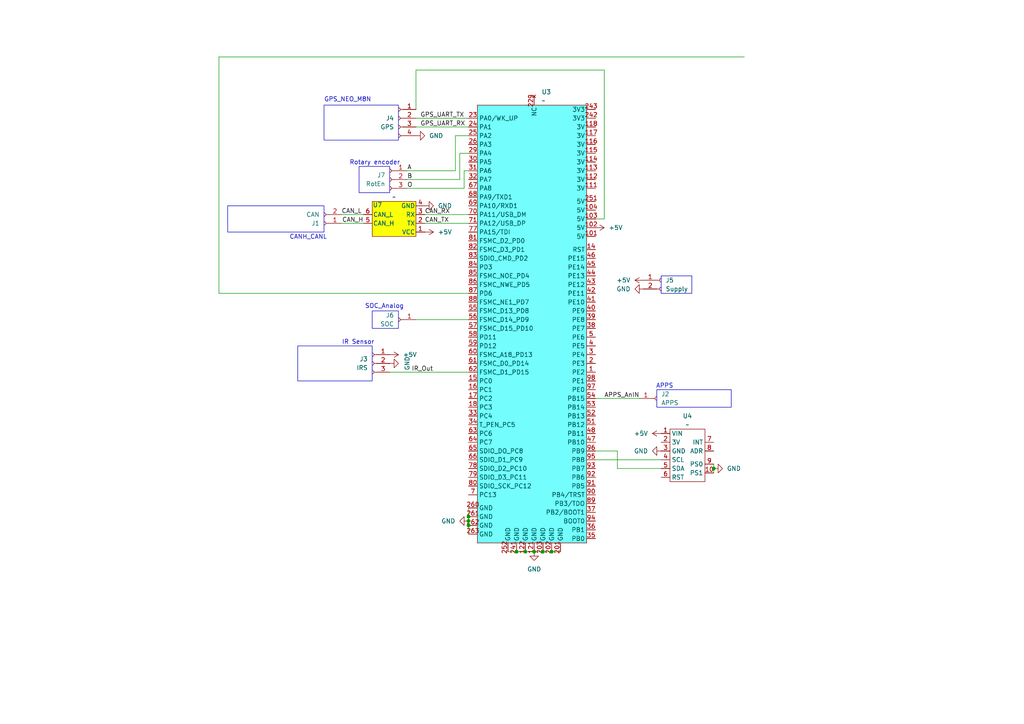
<source format=kicad_sch>
(kicad_sch (version 20250114) (generator "eeschema") (generator_version "9.0")
  (paper "A4")
  (lib_symbols
    (symbol "BNO_055:BNO055_IMU"
      (property "Reference" "U" (at -6.604 3.556 0))
      (symbol "BNO055_IMU_0_1"
        (rectangle (start -7.62 5.08) (end 7.62 -5.08))
      )
      (symbol "BNO055_IMU_1_1"
        (pin bidirectional line (at -6.35 -7.62 90) (length 2.54) (name "VIN") (number "1"))
        (pin bidirectional line (at -3.81 7.62 270) (length 2.54) (name "INT") (number "7"))
        (pin bidirectional line (at -3.81 -7.62 90) (length 2.54) (name "3V") (number "2"))
        (pin bidirectional line (at -1.27 7.62 270) (length 2.54) (name "ADR") (number "8"))
        (pin bidirectional line (at -1.27 -7.62 90) (length 2.54) (name "GND") (number "3"))
        (pin bidirectional line (at 1.27 -7.62 90) (length 2.54) (name "SCL") (number "4"))
        (pin bidirectional line (at 2.54 7.62 270) (length 2.54) (name "PS0") (number "9"))
        (pin bidirectional line (at 3.81 -7.62 90) (length 2.54) (name "SDA") (number "5"))
        (pin bidirectional line (at 5.08 7.62 270) (length 2.54) (name "PS1") (number "10"))
        (pin bidirectional line (at 6.35 -7.62 90) (length 2.54) (name "RST") (number "6"))
      )
    )
    (symbol "Connector:Conn_01x01_Socket" (pin_names (offset 1.016) (hide yes))
      (property "Reference" "J" (at 0 2.54 0))
      (property "Value" "Conn_01x01_Socket" (at 0 -2.54 0))
      (symbol "Conn_01x01_Socket_1_1"
        (polyline (pts (xy -1.27 0) (xy -0.508 0)) (stroke (width 0.1524)))
        (arc (start 0 -0.508) (mid -0.5058 0) (end 0 0.508) (stroke (width 0.1524)))
        (pin passive line (at -5.08 0 0) (length 3.81) (name "Pin_1") (number "1"))
      )
    )
    (symbol "Connector:Conn_01x02_Socket" (pin_names (offset 1.016) (hide yes))
      (property "Reference" "J" (at 0 2.54 0))
      (property "Value" "Conn_01x02_Socket" (at 0 -5.08 0))
      (symbol "Conn_01x02_Socket_1_1"
        (polyline (pts (xy -1.27 0) (xy -0.508 0)) (stroke (width 0.1524)))
        (polyline (pts (xy -1.27 -2.54) (xy -0.508 -2.54)) (stroke (width 0.1524)))
        (arc (start 0 -0.508) (mid -0.5058 0) (end 0 0.508) (stroke (width 0.1524)))
        (arc (start 0 -3.048) (mid -0.5058 -2.54) (end 0 -2.032) (stroke (width 0.1524)))
        (pin passive line (at -5.08 0 0) (length 3.81) (name "Pin_1") (number "1"))
        (pin passive line (at -5.08 -2.54 0) (length 3.81) (name "Pin_2") (number "2"))
      )
    )
    (symbol "Connector:Conn_01x03_Socket" (pin_names (offset 1.016) (hide yes))
      (property "Reference" "J" (at 0 5.08 0))
      (property "Value" "Conn_01x03_Socket" (at 0 -5.08 0))
      (symbol "Conn_01x03_Socket_1_1"
        (polyline (pts (xy -1.27 2.54) (xy -0.508 2.54)) (stroke (width 0.1524)))
        (polyline (pts (xy -1.27 0) (xy -0.508 0)) (stroke (width 0.1524)))
        (polyline (pts (xy -1.27 -2.54) (xy -0.508 -2.54)) (stroke (width 0.1524)))
        (arc (start 0 2.032) (mid -0.5058 2.54) (end 0 3.048) (stroke (width 0.1524)))
        (arc (start 0 -0.508) (mid -0.5058 0) (end 0 0.508) (stroke (width 0.1524)))
        (arc (start 0 -3.048) (mid -0.5058 -2.54) (end 0 -2.032) (stroke (width 0.1524)))
        (pin passive line (at -5.08 2.54 0) (length 3.81) (name "Pin_1") (number "1"))
        (pin passive line (at -5.08 0 0) (length 3.81) (name "Pin_2") (number "2"))
        (pin passive line (at -5.08 -2.54 0) (length 3.81) (name "Pin_3") (number "3"))
      )
    )
    (symbol "Connector:Conn_01x04_Socket" (pin_names (offset 1.016) (hide yes))
      (property "Reference" "J" (at 0 5.08 0))
      (property "Value" "Conn_01x04_Socket" (at 0 -7.62 0))
      (symbol "Conn_01x04_Socket_1_1"
        (polyline (pts (xy -1.27 2.54) (xy -0.508 2.54)) (stroke (width 0.1524)))
        (polyline (pts (xy -1.27 0) (xy -0.508 0)) (stroke (width 0.1524)))
        (polyline (pts (xy -1.27 -2.54) (xy -0.508 -2.54)) (stroke (width 0.1524)))
        (polyline (pts (xy -1.27 -5.08) (xy -0.508 -5.08)) (stroke (width 0.1524)))
        (arc (start 0 2.032) (mid -0.5058 2.54) (end 0 3.048) (stroke (width 0.1524)))
        (arc (start 0 -0.508) (mid -0.5058 0) (end 0 0.508) (stroke (width 0.1524)))
        (arc (start 0 -3.048) (mid -0.5058 -2.54) (end 0 -2.032) (stroke (width 0.1524)))
        (arc (start 0 -5.588) (mid -0.5058 -5.08) (end 0 -4.572) (stroke (width 0.1524)))
        (pin passive line (at -5.08 2.54 0) (length 3.81) (name "Pin_1") (number "1"))
        (pin passive line (at -5.08 0 0) (length 3.81) (name "Pin_2") (number "2"))
        (pin passive line (at -5.08 -2.54 0) (length 3.81) (name "Pin_3") (number "3"))
        (pin passive line (at -5.08 -5.08 0) (length 3.81) (name "Pin_4") (number "4"))
      )
    )
    (symbol "STM32F4VE_blackBoard_1"
      (property "Reference" "U?" (at -12.446 65.024 0))
      (symbol "STM32F4VE_blackBoard_1_1_1"
        (rectangle (start -15.24 63.5) (end 16.51 -63.5) (fill (type color) (color 91 254 252 0.85)))
        (pin bidirectional line (at -17.78 59.69 0) (length 2.54) (name "PA0/WK_UP") (number "23"))
        (pin bidirectional line (at -17.78 57.15 0) (length 2.54) (name "PA1") (number "24"))
        (pin bidirectional line (at -17.78 54.61 0) (length 2.54) (name "PA2") (number "25"))
        (pin bidirectional line (at -17.78 52.07 0) (length 2.54) (name "PA3") (number "26"))
        (pin bidirectional line (at -17.78 49.53 0) (length 2.54) (name "PA4") (number "29"))
        (pin bidirectional line (at -17.78 46.99 0) (length 2.54) (name "PA5") (number "30"))
        (pin bidirectional line (at -17.78 44.45 0) (length 2.54) (name "PA6") (number "31"))
        (pin bidirectional line (at -17.78 41.91 0) (length 2.54) (name "PA7") (number "32"))
        (pin bidirectional line (at -17.78 39.37 0) (length 2.54) (name "PA8") (number "67"))
        (pin bidirectional line (at -17.78 36.83 0) (length 2.54) (name "PA9/TXD1") (number "68"))
        (pin bidirectional line (at -17.78 34.29 0) (length 2.54) (name "PA10/RXD1") (number "69"))
        (pin bidirectional line (at -17.78 31.75 0) (length 2.54) (name "PA11/USB_DM") (number "70"))
        (pin bidirectional line (at -17.78 29.21 0) (length 2.54) (name "PA12/USB_DP") (number "71"))
        (pin bidirectional line (at -17.78 26.67 0) (length 2.54) (name "PA15/TDI") (number "77"))
        (pin bidirectional line (at -17.78 24.13 0) (length 2.54) (name "FSMC_D2_PD0") (number "81"))
        (pin bidirectional line (at -17.78 21.59 0) (length 2.54) (name "FSMC_D3_PD1") (number "82"))
        (pin bidirectional line (at -17.78 19.05 0) (length 2.54) (name "SDIO_CMD_PD2") (number "83"))
        (pin bidirectional line (at -17.78 16.51 0) (length 2.54) (name "PD3") (number "84"))
        (pin bidirectional line (at -17.78 13.97 0) (length 2.54) (name "FSMC_NOE_PD4") (number "85"))
        (pin bidirectional line (at -17.78 11.43 0) (length 2.54) (name "FSMC_NWE_PD5") (number "86"))
        (pin bidirectional line (at -17.78 8.89 0) (length 2.54) (name "PD6") (number "87"))
        (pin bidirectional line (at -17.78 6.35 0) (length 2.54) (name "FSMC_NE1_PD7") (number "88"))
        (pin bidirectional line (at -17.78 3.81 0) (length 2.54) (name "FSMC_D13_PD8") (number "55"))
        (pin bidirectional line (at -17.78 1.27 0) (length 2.54) (name "FSMC_D14_PD9") (number "56"))
        (pin bidirectional line (at -17.78 -1.27 0) (length 2.54) (name "FSMC_D15_PD10") (number "57"))
        (pin bidirectional line (at -17.78 -3.81 0) (length 2.54) (name "PD11") (number "58"))
        (pin bidirectional line (at -17.78 -6.35 0) (length 2.54) (name "PD12") (number "59"))
        (pin bidirectional line (at -17.78 -8.89 0) (length 2.54) (name "FSMC_A18_PD13") (number "60"))
        (pin bidirectional line (at -17.78 -11.43 0) (length 2.54) (name "FSMC_D0_PD14") (number "61"))
        (pin bidirectional line (at -17.78 -13.97 0) (length 2.54) (name "FSMC_D1_PD15") (number "62"))
        (pin bidirectional line (at -17.78 -16.51 0) (length 2.54) (name "PC0") (number "15"))
        (pin bidirectional line (at -17.78 -19.05 0) (length 2.54) (name "PC1") (number "16"))
        (pin bidirectional line (at -17.78 -21.59 0) (length 2.54) (name "PC2") (number "17"))
        (pin bidirectional line (at -17.78 -24.13 0) (length 2.54) (name "PC3") (number "18"))
        (pin bidirectional line (at -17.78 -26.67 0) (length 2.54) (name "PC4") (number "33"))
        (pin bidirectional line (at -17.78 -29.21 0) (length 2.54) (name "T_PEN_PC5") (number "34"))
        (pin bidirectional line (at -17.78 -31.75 0) (length 2.54) (name "PC6") (number "63"))
        (pin bidirectional line (at -17.78 -34.29 0) (length 2.54) (name "PC7") (number "64"))
        (pin bidirectional line (at -17.78 -36.83 0) (length 2.54) (name "SDIO_DO_PC8") (number "65"))
        (pin bidirectional line (at -17.78 -39.37 0) (length 2.54) (name "SDIO_D1_PC9") (number "66"))
        (pin bidirectional line (at -17.78 -41.91 0) (length 2.54) (name "SDIO_D2_PC10") (number "78"))
        (pin bidirectional line (at -17.78 -44.45 0) (length 2.54) (name "SDIO_D3_PC11") (number "79"))
        (pin bidirectional line (at -17.78 -46.99 0) (length 2.54) (name "SDIO_SCK_PC12") (number "80"))
        (pin bidirectional line (at -17.78 -49.53 0) (length 2.54) (name "PC13") (number "7"))
        (pin bidirectional line (at -17.78 -53.34 0) (length 2.54) (name "GND") (number "260"))
        (pin bidirectional line (at -17.78 -55.88 0) (length 2.54) (name "GND") (number "261"))
        (pin bidirectional line (at -17.78 -58.42 0) (length 2.54) (name "GND") (number "262"))
        (pin bidirectional line (at -17.78 -60.96 0) (length 2.54) (name "GND") (number "263"))
        (pin bidirectional line (at -6.35 -66.04 90) (length 2.54) (name "GND") (number "252"))
        (pin bidirectional line (at -3.81 -66.04 90) (length 2.54) (name "GND") (number "241"))
        (pin bidirectional line (at -1.27 -66.04 90) (length 2.54) (name "GND") (number "122"))
        (pin no_connect line (at 1.27 66.04 270) (length 2.54) (name "NC") (number "229"))
        (pin bidirectional line (at 1.27 -66.04 90) (length 2.54) (name "GND") (number "121"))
        (pin bidirectional line (at 3.81 -66.04 90) (length 2.54) (name "GND") (number "203"))
        (pin bidirectional line (at 6.35 -66.04 90) (length 2.54) (name "GND") (number "202"))
        (pin bidirectional line (at 8.89 -66.04 90) (length 2.54) (name "GND") (number "201"))
        (pin power_out line (at 19.05 62.23 180) (length 2.54) (name "3V3") (number "243"))
        (pin bidirectional line (at 19.05 59.69 180) (length 2.54) (name "3V3") (number "242"))
        (pin power_out line (at 19.05 57.15 180) (length 2.54) (name "3V") (number "118"))
        (pin power_out line (at 19.05 54.61 180) (length 2.54) (name "3V") (number "117"))
        (pin power_out line (at 19.05 52.07 180) (length 2.54) (name "3V") (number "116"))
        (pin power_out line (at 19.05 49.53 180) (length 2.54) (name "3V") (number "115"))
        (pin power_out line (at 19.05 46.99 180) (length 2.54) (name "3V") (number "114"))
        (pin power_out line (at 19.05 44.45 180) (length 2.54) (name "3V") (number "113"))
        (pin power_out line (at 19.05 41.91 180) (length 2.54) (name "3V") (number "112"))
        (pin power_out line (at 19.05 39.37 180) (length 2.54) (name "3V") (number "111"))
        (pin bidirectional line (at 19.05 35.56 180) (length 2.54) (name "5V") (number "251"))
        (pin power_out line (at 19.05 33.02 180) (length 2.54) (name "5V") (number "104"))
        (pin power_out line (at 19.05 30.48 180) (length 2.54) (name "5V") (number "103"))
        (pin power_out line (at 19.05 27.94 180) (length 2.54) (name "5V") (number "102"))
        (pin power_out line (at 19.05 25.4 180) (length 2.54) (name "5V") (number "101"))
        (pin bidirectional line (at 19.05 21.59 180) (length 2.54) (name "RST") (number "14"))
        (pin bidirectional line (at 19.05 19.05 180) (length 2.54) (name "PE15") (number "46"))
        (pin bidirectional line (at 19.05 16.51 180) (length 2.54) (name "PE14") (number "45"))
        (pin bidirectional line (at 19.05 13.97 180) (length 2.54) (name "PE13") (number "44"))
        (pin bidirectional line (at 19.05 11.43 180) (length 2.54) (name "PE12") (number "43"))
        (pin bidirectional line (at 19.05 8.89 180) (length 2.54) (name "PE11") (number "42"))
        (pin bidirectional line (at 19.05 6.35 180) (length 2.54) (name "PE10") (number "41"))
        (pin bidirectional line (at 19.05 3.81 180) (length 2.54) (name "PE9") (number "40"))
        (pin bidirectional line (at 19.05 1.27 180) (length 2.54) (name "PE8") (number "39"))
        (pin bidirectional line (at 19.05 -1.27 180) (length 2.54) (name "PE7") (number "38"))
        (pin bidirectional line (at 19.05 -3.81 180) (length 2.54) (name "PE6") (number "5"))
        (pin bidirectional line (at 19.05 -6.35 180) (length 2.54) (name "PE5") (number "4"))
        (pin bidirectional line (at 19.05 -8.89 180) (length 2.54) (name "PE4") (number "3"))
        (pin bidirectional line (at 19.05 -11.43 180) (length 2.54) (name "PE3") (number "2"))
        (pin bidirectional line (at 19.05 -13.97 180) (length 2.54) (name "PE2") (number "1"))
        (pin bidirectional line (at 19.05 -16.51 180) (length 2.54) (name "PE1") (number "98"))
        (pin bidirectional line (at 19.05 -19.05 180) (length 2.54) (name "PE0") (number "97"))
        (pin bidirectional line (at 19.05 -21.59 180) (length 2.54) (name "PB15") (number "54"))
        (pin bidirectional line (at 19.05 -24.13 180) (length 2.54) (name "PB14") (number "53"))
        (pin bidirectional line (at 19.05 -26.67 180) (length 2.54) (name "PB13") (number "52"))
        (pin bidirectional line (at 19.05 -29.21 180) (length 2.54) (name "PB12") (number "51"))
        (pin bidirectional line (at 19.05 -31.75 180) (length 2.54) (name "PB11") (number "48"))
        (pin bidirectional line (at 19.05 -34.29 180) (length 2.54) (name "PB10") (number "47"))
        (pin bidirectional line (at 19.05 -36.83 180) (length 2.54) (name "PB9") (number "96"))
        (pin bidirectional line (at 19.05 -39.37 180) (length 2.54) (name "PB8") (number "95"))
        (pin bidirectional line (at 19.05 -41.91 180) (length 2.54) (name "PB7") (number "93"))
        (pin bidirectional line (at 19.05 -44.45 180) (length 2.54) (name "PB6") (number "92"))
        (pin bidirectional line (at 19.05 -46.99 180) (length 2.54) (name "PB5") (number "91"))
        (pin bidirectional line (at 19.05 -49.53 180) (length 2.54) (name "PB4/TRST") (number "90"))
        (pin bidirectional line (at 19.05 -52.07 180) (length 2.54) (name "PB3/TDO") (number "89"))
        (pin passive line (at 19.05 -54.61 180) (length 2.54) (name "PB2/BOOT1") (number "37"))
        (pin bidirectional line (at 19.05 -57.15 180) (length 2.54) (name "BOOT0") (number "94"))
        (pin bidirectional line (at 19.05 -59.69 180) (length 2.54) (name "PB1") (number "36"))
        (pin bidirectional line (at 19.05 -62.23 180) (length 2.54) (name "PB0") (number "35"))
      )
    )
    (symbol "TJA1050:TJA1050" (pin_names (offset 0.254))
      (property "Reference" "U" (at 0 7.62 0))
      (symbol "TJA1050_1_1"
        (rectangle (start -7.62 6.35) (end 5.08 -3.81) (fill (type color) (color 253 255 0 0.97)))
        (pin bidirectional line (at -10.16 2.54 0) (length 2.54) (name "CAN_L") (number "6"))
        (pin bidirectional line (at -10.16 0 0) (length 2.54) (name "CAN_H") (number "5"))
        (pin bidirectional line (at 7.62 5.08 180) (length 2.54) (name "GND") (number "4"))
        (pin bidirectional line (at 7.62 2.54 180) (length 2.54) (name "RX") (number "3"))
        (pin bidirectional line (at 7.62 0 180) (length 2.54) (name "TX") (number "2"))
        (pin bidirectional line (at 7.62 -2.54 180) (length 2.54) (name "VCC") (number "1"))
      )
    )
    (symbol "power:+5V" (power) (pin_numbers (hide yes)) (pin_names (offset 0) (hide yes))
      (property "Value" "+5V" (at 0 3.556 0))
      (symbol "+5V_0_1"
        (polyline (pts (xy -0.762 1.27) (xy 0 2.54)))
        (polyline (pts (xy 0 2.54) (xy 0.762 1.27)))
        (polyline (pts (xy 0 0) (xy 0 2.54)))
      )
      (symbol "+5V_1_1"
        (pin power_in line (at 0 0 90) (length 0) (name "~") (number "1"))
      )
    )
    (symbol "power:GND" (power) (pin_numbers (hide yes)) (pin_names (offset 0) (hide yes))
      (property "Value" "GND" (at 0 -3.81 0))
      (symbol "GND_0_1"
        (polyline (pts (xy 0 0) (xy 0 -1.27) (xy 1.27 -1.27) (xy 0 -2.54) (xy -1.27 -1.27) (xy 0 -1.27)))
      )
      (symbol "GND_1_1"
        (pin power_in line (at 0 0 270) (length 0) (name "~") (number "1"))
      )
    )
  )
  (rectangle (start 93.98 30.48) (end 115.57 40.64))
  (rectangle (start 191.77 80.01) (end 200.66 85.09))
  (rectangle (start 190.5 113.03) (end 212.09 118.11))
  (rectangle (start 107.95 90.17) (end 115.57 95.25))
  (rectangle (start 104.14 48.26) (end 113.03 55.88))
  (rectangle (start 107.95 100.33) (end 86.36 110.49))
  (rectangle (start 93.98 67.31) (end 66.04 59.69))
  (text "IR Sensor\n" (at 103.886 99.314 0) (effects (font (size 1.27 1.27))))
  (text "Rotary encoder\n" (at 108.712 47.244 0) (effects (font (size 1.27 1.27))))
  (text "CANH_CANL\n" (at 89.408 68.834 0) (effects (font (size 1.27 1.27))))
  (text "GPS_NEO_M8N\n" (at 100.838 28.956 0) (effects (font (size 1.27 1.27))))
  (text "APPS\n" (at 192.786 112.014 0) (effects (font (size 1.27 1.27))))
  (text "SOC_Analog\n" (at 111.506 88.9 0) (effects (font (size 1.27 1.27))))
  (junction (at 207.01 135.89))
  (junction (at 135.89 149.86))
  (junction (at 135.89 151.13))
  (junction (at 160.02 160.02))
  (junction (at 154.94 160.02))
  (junction (at 135.89 152.4))
  (junction (at 157.48 160.02))
  (junction (at 152.4 160.02))
  (junction (at 149.86 160.02))
  (wire (pts (xy 172.72 115.57) (xy 185.42 115.57)))
  (wire (pts (xy 118.11 54.61) (xy 134.62 54.61)))
  (wire (pts (xy 191.77 135.89) (xy 179.07 135.89)))
  (wire (pts (xy 135.89 149.86) (xy 135.89 151.13)))
  (wire (pts (xy 120.65 36.83) (xy 135.89 36.83)))
  (wire (pts (xy 135.89 92.71) (xy 120.65 92.71)))
  (wire (pts (xy 118.11 49.53) (xy 132.08 49.53)))
  (wire (pts (xy 135.89 85.09) (xy 63.5 85.09)))
  (wire (pts (xy 63.5 16.51) (xy 215.9 16.51)))
  (wire (pts (xy 99.06 64.77) (xy 105.41 64.77)))
  (wire (pts (xy 134.62 54.61) (xy 134.62 49.53)))
  (wire (pts (xy 179.07 130.81) (xy 172.72 130.81)))
  (wire (pts (xy 207.01 135.89) (xy 207.01 137.16)))
  (wire (pts (xy 132.08 49.53) (xy 132.08 39.37)))
  (wire (pts (xy 154.94 160.02) (xy 157.48 160.02)))
  (wire (pts (xy 113.03 107.95) (xy 135.89 107.95)))
  (wire (pts (xy 123.19 62.23) (xy 135.89 62.23)))
  (wire (pts (xy 63.5 85.09) (xy 63.5 16.51)))
  (wire (pts (xy 135.89 152.4) (xy 135.89 154.94)))
  (wire (pts (xy 175.26 63.5) (xy 172.72 63.5)))
  (wire (pts (xy 149.86 160.02) (xy 152.4 160.02)))
  (wire (pts (xy 160.02 160.02) (xy 162.56 160.02)))
  (wire (pts (xy 172.72 133.35) (xy 191.77 133.35)))
  (wire (pts (xy 207.01 134.62) (xy 207.01 135.89)))
  (wire (pts (xy 120.65 20.32) (xy 175.26 20.32)))
  (wire (pts (xy 133.35 44.45) (xy 135.89 44.45)))
  (wire (pts (xy 133.35 52.07) (xy 133.35 44.45)))
  (wire (pts (xy 132.08 39.37) (xy 135.89 39.37)))
  (wire (pts (xy 135.89 147.32) (xy 135.89 149.86)))
  (wire (pts (xy 120.65 34.29) (xy 135.89 34.29)))
  (wire (pts (xy 152.4 160.02) (xy 154.94 160.02)))
  (wire (pts (xy 135.89 151.13) (xy 135.89 152.4)))
  (wire (pts (xy 157.48 160.02) (xy 160.02 160.02)))
  (wire (pts (xy 134.62 49.53) (xy 135.89 49.53)))
  (wire (pts (xy 118.11 52.07) (xy 133.35 52.07)))
  (wire (pts (xy 179.07 135.89) (xy 179.07 130.81)))
  (wire (pts (xy 120.65 31.75) (xy 120.65 20.32)))
  (wire (pts (xy 123.19 64.77) (xy 135.89 64.77)))
  (wire (pts (xy 175.26 20.32) (xy 175.26 63.5)))
  (wire (pts (xy 147.32 160.02) (xy 149.86 160.02)))
  (wire (pts (xy 99.06 62.23) (xy 105.41 62.23)))
  (label "IR_Out" (at 119.38 107.95 0))
  (label "CAN_L" (at 99.06 62.23 0))
  (label "GPS_UART_TX" (at 121.92 34.29 0))
  (label "B" (at 118.11 52.07 0))
  (label "O" (at 118.11 54.61 0))
  (label "GPS_UART_RX" (at 121.92 36.83 0))
  (label "CAN_RX" (at 123.19 62.23 0))
  (label "APPS_AnIN" (at 175.26 115.57 0))
  (label "CAN_H" (at 105.41 64.77 180))
  (label "CAN_TX" (at 123.19 64.77 0))
  (label "A" (at 118.11 49.53 0))
  (symbol (lib_id "Connector:Conn_01x02_Socket") (at 191.77 81.28 0) (unit 1)
    (property "Reference" "J5" (at 193.04 81.2799 0) (effects (justify left)))
    (property "Value" "Supply" (at 193.04 83.8199 0) (effects (justify left)))
    (property "Footprint" "Connector_PinHeader_2.54mm:PinHeader_1x02_P2.54mm_Vertical" (effects (hide yes)))
    (property "Description" "Generic connector, single row, 01x02, script generated" (effects (hide yes)))
  )
  (symbol (lib_id "power:+5V") (at 172.72 66.04 270) (unit 1)
    (property "Reference" "#PWR03" (effects (hide yes)))
    (property "Value" "+5V" (at 176.53 66.0399 90) (effects (justify left)))
    (property "Description" "Power symbol creates a global label with name \"+5V\"" (effects (hide yes)))
  )
  (symbol (lib_id "power:+5V") (at 191.77 125.73 90) (mirror x) (unit 1)
    (property "Reference" "#PWR09" (effects (hide yes)))
    (property "Value" "+5V" (at 187.96 125.7299 90) (effects (justify left)))
    (property "Description" "Power symbol creates a global label with name \"+5V\"" (effects (hide yes)))
  )
  (symbol (lib_id "power:GND") (at 191.77 130.81 270) (unit 1)
    (property "Reference" "#PWR02" (effects (hide yes)))
    (property "Value" "GND" (at 187.96 130.8099 90) (effects (justify right)))
    (property "Description" "Power symbol creates a global label with name \"GND\" , ground" (effects (hide yes)))
  )
  (symbol (lib_id "power:GND") (at 154.94 160.02 0) (unit 1)
    (property "Reference" "#PWR01" (effects (hide yes)))
    (property "Value" "GND" (at 154.94 165.1 0))
    (property "Description" "Power symbol creates a global label with name \"GND\" , ground" (effects (hide yes)))
  )
  (symbol (lib_id "power:+5V") (at 113.03 102.87 270) (unit 1)
    (property "Reference" "#PWR010" (effects (hide yes)))
    (property "Value" "+5V" (at 116.84 102.8699 90) (effects (justify left)))
    (property "Description" "Power symbol creates a global label with name \"+5V\"" (effects (hide yes)))
  )
  (symbol (lib_id "Connector:Conn_01x01_Socket") (at 190.5 115.57 0) (unit 1)
    (property "Reference" "J2" (at 191.77 114.2999 0) (effects (justify left)))
    (property "Value" "APPS" (at 191.77 116.8399 0) (effects (justify left)))
    (property "Footprint" "Connector_PinHeader_2.54mm:PinHeader_1x01_P2.54mm_Vertical" (effects (hide yes)))
    (property "Description" "Generic connector, single row, 01x01, script generated" (effects (hide yes)))
  )
  (symbol (lib_id "Connector:Conn_01x03_Socket") (at 113.03 52.07 0) (mirror y) (unit 1)
    (property "Reference" "J7" (at 111.76 50.7999 0) (effects (justify left)))
    (property "Value" "RotEn" (at 111.76 53.3399 0) (effects (justify left)))
    (property "Footprint" "Connector_PinHeader_2.54mm:PinHeader_1x03_P2.54mm_Vertical" (effects (hide yes)))
    (property "Description" "Generic connector, single row, 01x03, script generated" (effects (hide yes)))
  )
  (symbol (lib_id "power:GND") (at 186.69 83.82 270) (unit 1)
    (property "Reference" "#PWR06" (effects (hide yes)))
    (property "Value" "GND" (at 182.88 83.8199 90) (effects (justify right)))
    (property "Description" "Power symbol creates a global label with name \"GND\" , ground" (effects (hide yes)))
  )
  (symbol (lib_id "power:GND") (at 123.19 59.69 90) (unit 1)
    (property "Reference" "#PWR013" (effects (hide yes)))
    (property "Value" "GND" (at 127 59.6899 90) (effects (justify right)))
    (property "Description" "Power symbol creates a global label with name \"GND\" , ground" (effects (hide yes)))
  )
  (symbol (lib_id "power:GND") (at 120.65 39.37 90) (unit 1)
    (property "Reference" "#PWR05" (effects (hide yes)))
    (property "Value" "GND" (at 124.46 39.3699 90) (effects (justify right)))
    (property "Description" "Power symbol creates a global label with name \"GND\" , ground" (effects (hide yes)))
  )
  (symbol (lib_id "Connector:Conn_01x02_Socket") (at 93.98 64.77 180) (unit 1)
    (property "Reference" "J1" (at 92.71 64.7701 0) (effects (justify left)))
    (property "Value" "CAN" (at 92.71 62.2301 0) (effects (justify left)))
    (property "Footprint" "Connector_PinHeader_2.54mm:PinHeader_1x02_P2.54mm_Vertical" (effects (hide yes)))
    (property "Description" "Generic connector, single row, 01x02, script generated" (effects (hide yes)))
  )
  (symbol (lib_id "power:GND") (at 113.03 105.41 90) (mirror x) (unit 1)
    (property "Reference" "#PWR08" (effects (hide yes)))
    (property "Value" "GND" (at 118.11 105.41 0))
    (property "Description" "Power symbol creates a global label with name \"GND\" , ground" (effects (hide yes)))
  )
  (symbol (lib_id "TJA1050:TJA1050") (at 115.57 64.77 0) (unit 1)
    (property "Reference" "U7" (at 109.474 59.436 0))
    (property "Value" "~" (at 114.3 57.15 0))
    (property "Footprint" "TJA1050:TJA1050" (effects (hide yes)))
  )
  (symbol (lib_id "Connector:Conn_01x04_Socket") (at 115.57 34.29 0) (mirror y) (unit 1)
    (property "Reference" "J4" (at 114.3 34.2899 0) (effects (justify left)))
    (property "Value" "GPS" (at 114.3 36.8299 0) (effects (justify left)))
    (property "Footprint" "Connector_PinSocket_2.54mm:PinSocket_1x04_P2.54mm_Vertical" (effects (hide yes)))
    (property "Description" "Generic connector, single row, 01x04, script generated" (effects (hide yes)))
  )
  (symbol (lib_id "power:GND") (at 135.89 151.13 270) (unit 1)
    (property "Reference" "#PWR015" (effects (hide yes)))
    (property "Value" "GND" (at 132.08 151.1299 90) (effects (justify right)))
    (property "Description" "Power symbol creates a global label with name \"GND\" , ground" (effects (hide yes)))
  )
  (symbol (lib_name "STM32F4VE_blackBoard_1") (lib_id "STM32F4VE:STM32F4VE_blackBoard") (at 153.67 93.98 0) (unit 1)
    (property "Reference" "U3" (at 157.0833 26.67 0) (effects (justify left)))
    (property "Value" "~" (at 157.0833 29.21 0) (effects (justify left)))
    (property "Footprint" "STM32F4VE:STM32F4VE_blackBoard" (effects (hide yes)))
  )
  (symbol (lib_id "power:+5V") (at 186.69 81.28 90) (unit 1)
    (property "Reference" "#PWR014" (effects (hide yes)))
    (property "Value" "+5V" (at 182.88 81.2799 90) (effects (justify left)))
    (property "Description" "Power symbol creates a global label with name \"+5V\"" (effects (hide yes)))
  )
  (symbol (lib_id "BNO_055:BNO055_IMU") (at 199.39 132.08 270) (unit 1)
    (property "Reference" "U4" (at 199.39 120.65 90))
    (property "Value" "~" (at 199.39 123.19 90))
    (property "Footprint" "BNO_055:BNO055_IMU" (effects (hide yes)))
  )
  (symbol (lib_id "Connector:Conn_01x01_Socket") (at 115.57 92.71 0) (mirror y) (unit 1)
    (property "Reference" "J6" (at 114.3 91.4399 0) (effects (justify left)))
    (property "Value" "SOC" (at 114.3 93.9799 0) (effects (justify left)))
    (property "Footprint" "Connector_PinHeader_2.54mm:PinHeader_1x01_P2.54mm_Vertical" (effects (hide yes)))
    (property "Description" "Generic connector, single row, 01x01, script generated" (effects (hide yes)))
  )
  (symbol (lib_id "Connector:Conn_01x03_Socket") (at 107.95 105.41 0) (mirror y) (unit 1)
    (property "Reference" "J3" (at 106.68 104.1399 0) (effects (justify left)))
    (property "Value" "IRS" (at 106.68 106.6799 0) (effects (justify left)))
    (property "Footprint" "Connector_PinHeader_2.54mm:PinHeader_1x03_P2.54mm_Vertical" (effects (hide yes)))
    (property "Description" "Generic connector, single row, 01x03, script generated" (effects (hide yes)))
  )
  (symbol (lib_id "power:GND") (at 207.01 135.89 90) (mirror x) (unit 1)
    (property "Reference" "#PWR04" (effects (hide yes)))
    (property "Value" "GND" (at 210.82 135.8899 90) (effects (justify right)))
    (property "Description" "Power symbol creates a global label with name \"GND\" , ground" (effects (hide yes)))
  )
  (symbol (lib_id "power:+5V") (at 123.19 67.31 270) (unit 1)
    (property "Reference" "#PWR012" (effects (hide yes)))
    (property "Value" "+5V" (at 127 67.3099 90) (effects (justify left)))
    (property "Description" "Power symbol creates a global label with name \"+5V\"" (effects (hide yes)))
  )
)
</source>
